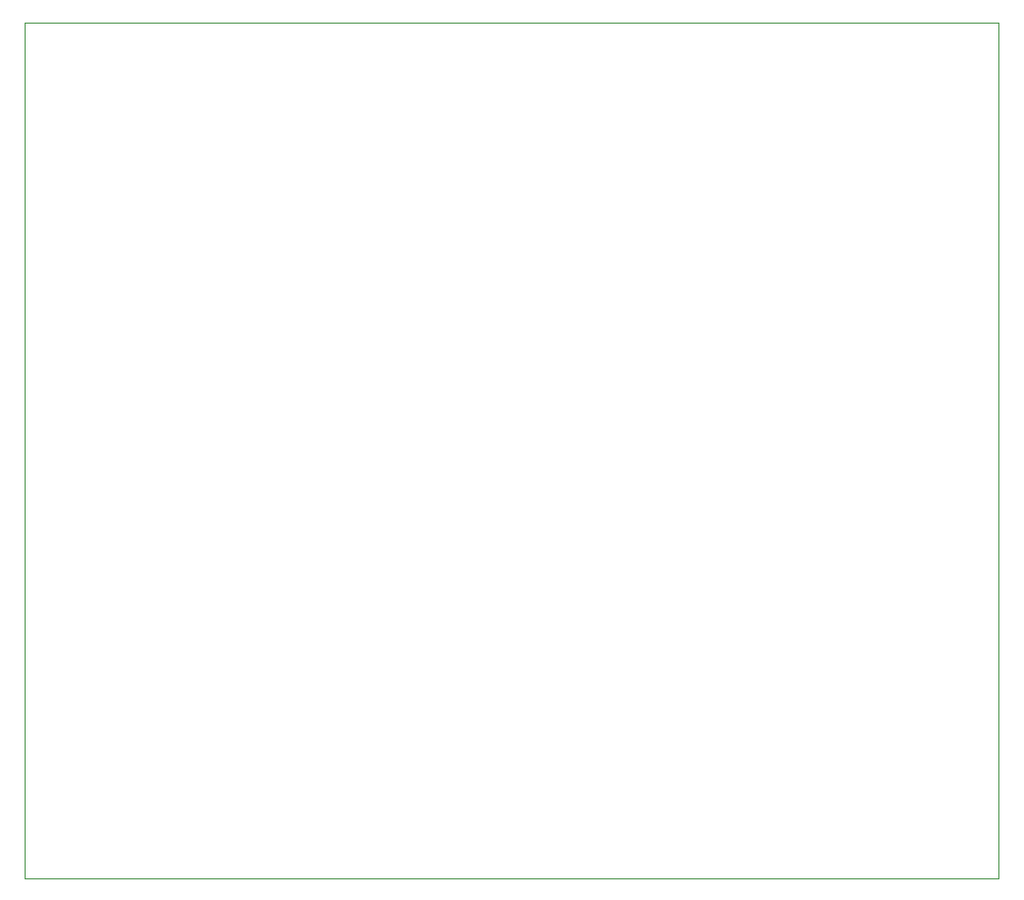
<source format=gm1>
G04 #@! TF.FileFunction,Profile,NP*
%FSLAX46Y46*%
G04 Gerber Fmt 4.6, Leading zero omitted, Abs format (unit mm)*
G04 Created by KiCad (PCBNEW (2015-08-13 BZR 6091, Git 3774262)-product) date Mon 14 Sep 2015 01:10:19 PM EDT*
%MOMM*%
G01*
G04 APERTURE LIST*
%ADD10C,0.100000*%
G04 APERTURE END LIST*
D10*
X104775000Y-117475000D02*
X100965000Y-117475000D01*
X180975000Y-117475000D02*
X184785000Y-117475000D01*
X180975000Y-117475000D02*
X104775000Y-117475000D01*
X184785000Y-43815000D02*
X184785000Y-117475000D01*
X100965000Y-43815000D02*
X184785000Y-43815000D01*
X100965000Y-117475000D02*
X100965000Y-43815000D01*
M02*

</source>
